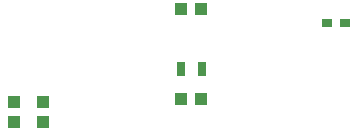
<source format=gtp>
G75*
%MOIN*%
%OFA0B0*%
%FSLAX25Y25*%
%IPPOS*%
%LPD*%
%AMOC8*
5,1,8,0,0,1.08239X$1,22.5*
%
%ADD10R,0.03150X0.04724*%
%ADD11R,0.04331X0.03937*%
%ADD12R,0.03937X0.04331*%
%ADD13R,0.03543X0.03150*%
D10*
X0130257Y0130000D03*
X0137343Y0130000D03*
D11*
X0137146Y0120000D03*
X0130454Y0120000D03*
X0130454Y0150000D03*
X0137146Y0150000D03*
D12*
X0074800Y0112154D03*
X0074800Y0118846D03*
X0084300Y0118846D03*
X0084300Y0112154D03*
D13*
X0178900Y0145350D03*
X0184900Y0145350D03*
M02*

</source>
